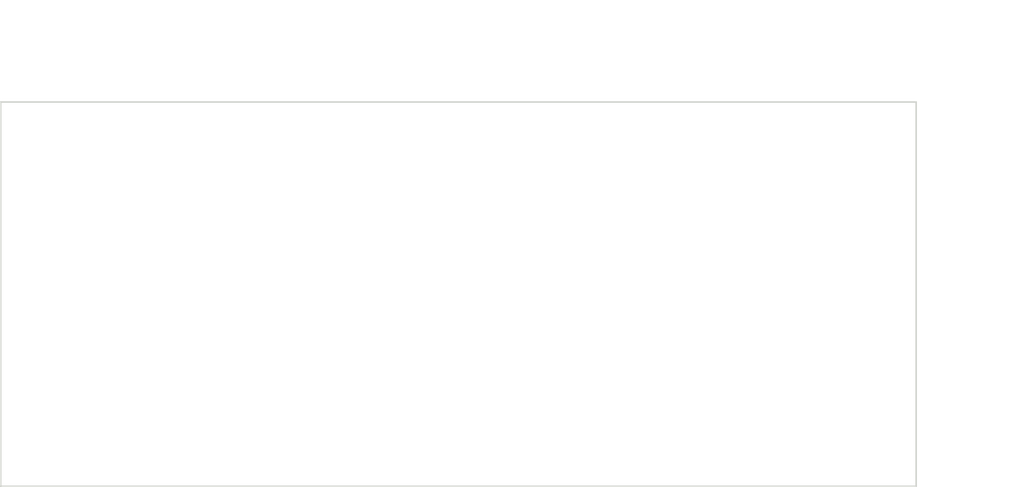
<source format=kicad_pcb>
(kicad_pcb (version 20221018) (generator pcbnew)

  (general
    (thickness 1.6)
  )

  (paper "A4")
  (layers
    (0 "F.Cu" signal)
    (31 "B.Cu" signal)
    (32 "B.Adhes" user "B.Adhesive")
    (33 "F.Adhes" user "F.Adhesive")
    (34 "B.Paste" user)
    (35 "F.Paste" user)
    (36 "B.SilkS" user "B.Silkscreen")
    (37 "F.SilkS" user "F.Silkscreen")
    (38 "B.Mask" user)
    (39 "F.Mask" user)
    (40 "Dwgs.User" user "User.Drawings")
    (41 "Cmts.User" user "User.Comments")
    (42 "Eco1.User" user "User.Eco1")
    (43 "Eco2.User" user "User.Eco2")
    (44 "Edge.Cuts" user)
    (45 "Margin" user)
    (46 "B.CrtYd" user "B.Courtyard")
    (47 "F.CrtYd" user "F.Courtyard")
    (48 "B.Fab" user)
    (49 "F.Fab" user)
  )

  (setup
    (pad_to_mask_clearance 0.051)
    (solder_mask_min_width 0.25)
    (pcbplotparams
      (layerselection 0x00010fc_ffffffff)
      (plot_on_all_layers_selection 0x0000000_00000000)
      (disableapertmacros false)
      (usegerberextensions false)
      (usegerberattributes false)
      (usegerberadvancedattributes false)
      (creategerberjobfile false)
      (dashed_line_dash_ratio 12.000000)
      (dashed_line_gap_ratio 3.000000)
      (svgprecision 4)
      (plotframeref false)
      (viasonmask false)
      (mode 1)
      (useauxorigin false)
      (hpglpennumber 1)
      (hpglpenspeed 20)
      (hpglpendiameter 15.000000)
      (dxfpolygonmode true)
      (dxfimperialunits true)
      (dxfusepcbnewfont true)
      (psnegative false)
      (psa4output false)
      (plotreference true)
      (plotvalue true)
      (plotinvisibletext false)
      (sketchpadsonfab false)
      (subtractmaskfromsilk false)
      (outputformat 1)
      (mirror false)
      (drillshape 1)
      (scaleselection 1)
      (outputdirectory "")
    )
  )

  (net 0 "")

  (gr_line (start 200.327617 111.346961) (end 200.327617 87.154396)
    (stroke (width 0.2) (type solid)) (layer "Dwgs.User") (tstamp 3a1118c8-e04b-46c5-bbda-24fe878b907e))
  (gr_line (start 188.327617 53.346961) (end 155.532631 53.346961)
    (stroke (width 0.2) (type solid)) (layer "Dwgs.User") (tstamp 4dd8ae50-a971-47ad-881a-f92bd408a87e))
  (gr_line (start 190.327617 62.346961) (end 190.327617 50.171961)
    (stroke (width 0.2) (type solid)) (layer "Dwgs.User") (tstamp 5310756c-0f5a-4fca-9c4b-68b786f89d0a))
  (gr_line (start 191.327617 63.346961) (end 203.502617 63.346961)
    (stroke (width 0.2) (type solid)) (layer "Dwgs.User") (tstamp 72badf9a-9294-46aa-9998-8a1af0fa2bd3))
  (gr_line (start 191.327617 113.346961) (end 203.502617 113.346961)
    (stroke (width 0.2) (type solid)) (layer "Dwgs.User") (tstamp 74e3b984-9333-4585-bb6a-b718d53635a0))
  (gr_line (start 71.327617 62.346961) (end 71.327617 50.171961)
    (stroke (width 0.2) (type solid)) (layer "Dwgs.User") (tstamp 93aaafbc-3141-4ba2-a404-9dbd9ae681b9))
  (gr_line (start 200.327617 65.346961) (end 200.327617 80.039525)
    (stroke (width 0.2) (type solid)) (layer "Dwgs.User") (tstamp 9e4f1824-d30c-45cf-bc68-17a1ad28daca))
  (gr_line (start 73.327617 53.346961) (end 146.122604 53.346961)
    (stroke (width 0.2) (type solid)) (layer "Dwgs.User") (tstamp c79caa3a-cb19-4b1a-942e-9d909fa28335))
  (gr_line (start 71.327617 113.346961) (end 190.327617 113.346961)
    (stroke (width 0.2) (type solid)) (layer "Edge.Cuts") (tstamp 2489064b-3f33-4f16-801e-c44ca08633fe))
  (gr_line (start 190.327617 113.346961) (end 190.327617 63.346961)
    (stroke (width 0.2) (type solid)) (layer "Edge.Cuts") (tstamp 4ee1187d-8e4e-40c1-9ed0-8dc2f58bb1e8))
  (gr_line (start 71.327617 63.346961) (end 71.327617 113.346961)
    (stroke (width 0.2) (type solid)) (layer "Edge.Cuts") (tstamp a689bef0-996d-4b50-b967-ff9254bb37ac))
  (gr_line (start 190.327617 63.346961) (end 71.327617 63.346961)
    (stroke (width 0.2) (type solid)) (layer "Edge.Cuts") (tstamp d84e2ec3-db4a-4005-974e-704162940512))
  (gr_text "[1.97]" (at 200.327617 85.486422) (layer "Dwgs.User") (tstamp 48b28a88-cd64-4045-94ec-c21d6a67b35e)
    (effects (font (size 1.7 1.53) (thickness 0.2125)))
  )
  (gr_text "[4.69]" (at 150.827617 55.236422) (layer "Dwgs.User") (tstamp 4e57ebd3-892c-4a56-8de2-51261b52e08e)
    (effects (font (size 1.7 1.53) (thickness 0.2125)))
  )
  (gr_text " 50.00" (at 200.327617 81.928987) (layer "Dwgs.User") (tstamp a4c36f13-8ad7-4e27-8287-dbd028c16f52)
    (effects (font (size 1.7 1.53) (thickness 0.2125)))
  )
  (gr_text " 119.00" (at 150.827617 51.678987) (layer "Dwgs.User") (tstamp cb3722e4-7fc3-4078-bcbf-9c0055aa0977)
    (effects (font (size 1.7 1.53) (thickness 0.2125)))
  )

)

</source>
